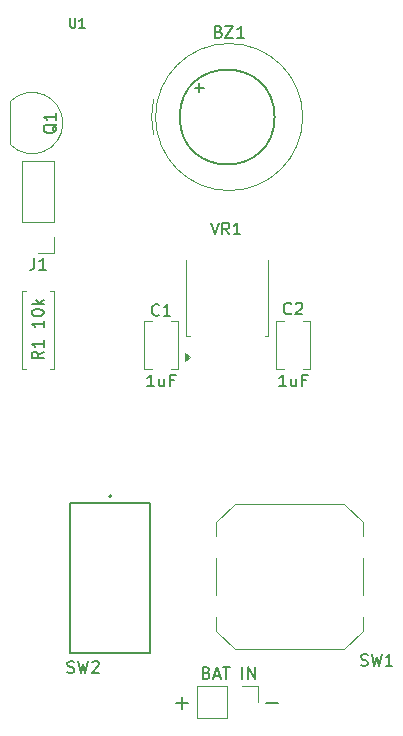
<source format=gbr>
%TF.GenerationSoftware,KiCad,Pcbnew,9.0.0*%
%TF.CreationDate,2025-10-22T11:07:00-07:00*%
%TF.ProjectId,sstv-backpack-v1.0.1,73737476-2d62-4616-936b-7061636b2d76,1.0*%
%TF.SameCoordinates,Original*%
%TF.FileFunction,Legend,Top*%
%TF.FilePolarity,Positive*%
%FSLAX46Y46*%
G04 Gerber Fmt 4.6, Leading zero omitted, Abs format (unit mm)*
G04 Created by KiCad (PCBNEW 9.0.0) date 2025-10-22 11:07:00*
%MOMM*%
%LPD*%
G01*
G04 APERTURE LIST*
%ADD10C,0.158750*%
%ADD11C,0.150000*%
%ADD12C,0.127000*%
%ADD13C,0.120000*%
%ADD14C,0.200000*%
G04 APERTURE END LIST*
D10*
X154456190Y-124555461D02*
X155423810Y-124555461D01*
X154940000Y-125039271D02*
X154940000Y-124071652D01*
D11*
X156996047Y-121978009D02*
X157138904Y-122025628D01*
X157138904Y-122025628D02*
X157186523Y-122073247D01*
X157186523Y-122073247D02*
X157234142Y-122168485D01*
X157234142Y-122168485D02*
X157234142Y-122311342D01*
X157234142Y-122311342D02*
X157186523Y-122406580D01*
X157186523Y-122406580D02*
X157138904Y-122454200D01*
X157138904Y-122454200D02*
X157043666Y-122501819D01*
X157043666Y-122501819D02*
X156662714Y-122501819D01*
X156662714Y-122501819D02*
X156662714Y-121501819D01*
X156662714Y-121501819D02*
X156996047Y-121501819D01*
X156996047Y-121501819D02*
X157091285Y-121549438D01*
X157091285Y-121549438D02*
X157138904Y-121597057D01*
X157138904Y-121597057D02*
X157186523Y-121692295D01*
X157186523Y-121692295D02*
X157186523Y-121787533D01*
X157186523Y-121787533D02*
X157138904Y-121882771D01*
X157138904Y-121882771D02*
X157091285Y-121930390D01*
X157091285Y-121930390D02*
X156996047Y-121978009D01*
X156996047Y-121978009D02*
X156662714Y-121978009D01*
X157615095Y-122216104D02*
X158091285Y-122216104D01*
X157519857Y-122501819D02*
X157853190Y-121501819D01*
X157853190Y-121501819D02*
X158186523Y-122501819D01*
X158377000Y-121501819D02*
X158948428Y-121501819D01*
X158662714Y-122501819D02*
X158662714Y-121501819D01*
X160043667Y-122501819D02*
X160043667Y-121501819D01*
X160519857Y-122501819D02*
X160519857Y-121501819D01*
X160519857Y-121501819D02*
X161091285Y-122501819D01*
X161091285Y-122501819D02*
X161091285Y-121501819D01*
D10*
X162076190Y-124555461D02*
X163043810Y-124555461D01*
D11*
X145450074Y-66561565D02*
X145450074Y-67198986D01*
X145450074Y-67198986D02*
X145487570Y-67273976D01*
X145487570Y-67273976D02*
X145525065Y-67311472D01*
X145525065Y-67311472D02*
X145600056Y-67348967D01*
X145600056Y-67348967D02*
X145750037Y-67348967D01*
X145750037Y-67348967D02*
X145825028Y-67311472D01*
X145825028Y-67311472D02*
X145862523Y-67273976D01*
X145862523Y-67273976D02*
X145900018Y-67198986D01*
X145900018Y-67198986D02*
X145900018Y-66561565D01*
X146687420Y-67348967D02*
X146237476Y-67348967D01*
X146462448Y-67348967D02*
X146462448Y-66561565D01*
X146462448Y-66561565D02*
X146387457Y-66674051D01*
X146387457Y-66674051D02*
X146312467Y-66749042D01*
X146312467Y-66749042D02*
X146237476Y-66786537D01*
X143202819Y-92163238D02*
X143202819Y-92734666D01*
X143202819Y-92448952D02*
X142202819Y-92448952D01*
X142202819Y-92448952D02*
X142345676Y-92544190D01*
X142345676Y-92544190D02*
X142440914Y-92639428D01*
X142440914Y-92639428D02*
X142488533Y-92734666D01*
X142202819Y-91544190D02*
X142202819Y-91448952D01*
X142202819Y-91448952D02*
X142250438Y-91353714D01*
X142250438Y-91353714D02*
X142298057Y-91306095D01*
X142298057Y-91306095D02*
X142393295Y-91258476D01*
X142393295Y-91258476D02*
X142583771Y-91210857D01*
X142583771Y-91210857D02*
X142821866Y-91210857D01*
X142821866Y-91210857D02*
X143012342Y-91258476D01*
X143012342Y-91258476D02*
X143107580Y-91306095D01*
X143107580Y-91306095D02*
X143155200Y-91353714D01*
X143155200Y-91353714D02*
X143202819Y-91448952D01*
X143202819Y-91448952D02*
X143202819Y-91544190D01*
X143202819Y-91544190D02*
X143155200Y-91639428D01*
X143155200Y-91639428D02*
X143107580Y-91687047D01*
X143107580Y-91687047D02*
X143012342Y-91734666D01*
X143012342Y-91734666D02*
X142821866Y-91782285D01*
X142821866Y-91782285D02*
X142583771Y-91782285D01*
X142583771Y-91782285D02*
X142393295Y-91734666D01*
X142393295Y-91734666D02*
X142298057Y-91687047D01*
X142298057Y-91687047D02*
X142250438Y-91639428D01*
X142250438Y-91639428D02*
X142202819Y-91544190D01*
X143202819Y-90782285D02*
X142202819Y-90782285D01*
X142821866Y-90687047D02*
X143202819Y-90401333D01*
X142536152Y-90401333D02*
X142917104Y-90782285D01*
X143202819Y-94782666D02*
X142726628Y-95115999D01*
X143202819Y-95354094D02*
X142202819Y-95354094D01*
X142202819Y-95354094D02*
X142202819Y-94973142D01*
X142202819Y-94973142D02*
X142250438Y-94877904D01*
X142250438Y-94877904D02*
X142298057Y-94830285D01*
X142298057Y-94830285D02*
X142393295Y-94782666D01*
X142393295Y-94782666D02*
X142536152Y-94782666D01*
X142536152Y-94782666D02*
X142631390Y-94830285D01*
X142631390Y-94830285D02*
X142679009Y-94877904D01*
X142679009Y-94877904D02*
X142726628Y-94973142D01*
X142726628Y-94973142D02*
X142726628Y-95354094D01*
X143202819Y-93830285D02*
X143202819Y-94401713D01*
X143202819Y-94115999D02*
X142202819Y-94115999D01*
X142202819Y-94115999D02*
X142345676Y-94211237D01*
X142345676Y-94211237D02*
X142440914Y-94306475D01*
X142440914Y-94306475D02*
X142488533Y-94401713D01*
X144314057Y-75533238D02*
X144266438Y-75628476D01*
X144266438Y-75628476D02*
X144171200Y-75723714D01*
X144171200Y-75723714D02*
X144028342Y-75866571D01*
X144028342Y-75866571D02*
X143980723Y-75961809D01*
X143980723Y-75961809D02*
X143980723Y-76057047D01*
X144218819Y-76009428D02*
X144171200Y-76104666D01*
X144171200Y-76104666D02*
X144075961Y-76199904D01*
X144075961Y-76199904D02*
X143885485Y-76247523D01*
X143885485Y-76247523D02*
X143552152Y-76247523D01*
X143552152Y-76247523D02*
X143361676Y-76199904D01*
X143361676Y-76199904D02*
X143266438Y-76104666D01*
X143266438Y-76104666D02*
X143218819Y-76009428D01*
X143218819Y-76009428D02*
X143218819Y-75818952D01*
X143218819Y-75818952D02*
X143266438Y-75723714D01*
X143266438Y-75723714D02*
X143361676Y-75628476D01*
X143361676Y-75628476D02*
X143552152Y-75580857D01*
X143552152Y-75580857D02*
X143885485Y-75580857D01*
X143885485Y-75580857D02*
X144075961Y-75628476D01*
X144075961Y-75628476D02*
X144171200Y-75723714D01*
X144171200Y-75723714D02*
X144218819Y-75818952D01*
X144218819Y-75818952D02*
X144218819Y-76009428D01*
X144218819Y-74628476D02*
X144218819Y-75199904D01*
X144218819Y-74914190D02*
X143218819Y-74914190D01*
X143218819Y-74914190D02*
X143361676Y-75009428D01*
X143361676Y-75009428D02*
X143456914Y-75104666D01*
X143456914Y-75104666D02*
X143504533Y-75199904D01*
X157350476Y-83869819D02*
X157683809Y-84869819D01*
X157683809Y-84869819D02*
X158017142Y-83869819D01*
X158921904Y-84869819D02*
X158588571Y-84393628D01*
X158350476Y-84869819D02*
X158350476Y-83869819D01*
X158350476Y-83869819D02*
X158731428Y-83869819D01*
X158731428Y-83869819D02*
X158826666Y-83917438D01*
X158826666Y-83917438D02*
X158874285Y-83965057D01*
X158874285Y-83965057D02*
X158921904Y-84060295D01*
X158921904Y-84060295D02*
X158921904Y-84203152D01*
X158921904Y-84203152D02*
X158874285Y-84298390D01*
X158874285Y-84298390D02*
X158826666Y-84346009D01*
X158826666Y-84346009D02*
X158731428Y-84393628D01*
X158731428Y-84393628D02*
X158350476Y-84393628D01*
X159874285Y-84869819D02*
X159302857Y-84869819D01*
X159588571Y-84869819D02*
X159588571Y-83869819D01*
X159588571Y-83869819D02*
X159493333Y-84012676D01*
X159493333Y-84012676D02*
X159398095Y-84107914D01*
X159398095Y-84107914D02*
X159302857Y-84155533D01*
X158036047Y-67691009D02*
X158178904Y-67738628D01*
X158178904Y-67738628D02*
X158226523Y-67786247D01*
X158226523Y-67786247D02*
X158274142Y-67881485D01*
X158274142Y-67881485D02*
X158274142Y-68024342D01*
X158274142Y-68024342D02*
X158226523Y-68119580D01*
X158226523Y-68119580D02*
X158178904Y-68167200D01*
X158178904Y-68167200D02*
X158083666Y-68214819D01*
X158083666Y-68214819D02*
X157702714Y-68214819D01*
X157702714Y-68214819D02*
X157702714Y-67214819D01*
X157702714Y-67214819D02*
X158036047Y-67214819D01*
X158036047Y-67214819D02*
X158131285Y-67262438D01*
X158131285Y-67262438D02*
X158178904Y-67310057D01*
X158178904Y-67310057D02*
X158226523Y-67405295D01*
X158226523Y-67405295D02*
X158226523Y-67500533D01*
X158226523Y-67500533D02*
X158178904Y-67595771D01*
X158178904Y-67595771D02*
X158131285Y-67643390D01*
X158131285Y-67643390D02*
X158036047Y-67691009D01*
X158036047Y-67691009D02*
X157702714Y-67691009D01*
X158607476Y-67214819D02*
X159274142Y-67214819D01*
X159274142Y-67214819D02*
X158607476Y-68214819D01*
X158607476Y-68214819D02*
X159274142Y-68214819D01*
X160178904Y-68214819D02*
X159607476Y-68214819D01*
X159893190Y-68214819D02*
X159893190Y-67214819D01*
X159893190Y-67214819D02*
X159797952Y-67357676D01*
X159797952Y-67357676D02*
X159702714Y-67452914D01*
X159702714Y-67452914D02*
X159607476Y-67500533D01*
X156026048Y-72463866D02*
X156787953Y-72463866D01*
X156407000Y-72844819D02*
X156407000Y-72082914D01*
X145224667Y-121947200D02*
X145367524Y-121994819D01*
X145367524Y-121994819D02*
X145605619Y-121994819D01*
X145605619Y-121994819D02*
X145700857Y-121947200D01*
X145700857Y-121947200D02*
X145748476Y-121899580D01*
X145748476Y-121899580D02*
X145796095Y-121804342D01*
X145796095Y-121804342D02*
X145796095Y-121709104D01*
X145796095Y-121709104D02*
X145748476Y-121613866D01*
X145748476Y-121613866D02*
X145700857Y-121566247D01*
X145700857Y-121566247D02*
X145605619Y-121518628D01*
X145605619Y-121518628D02*
X145415143Y-121471009D01*
X145415143Y-121471009D02*
X145319905Y-121423390D01*
X145319905Y-121423390D02*
X145272286Y-121375771D01*
X145272286Y-121375771D02*
X145224667Y-121280533D01*
X145224667Y-121280533D02*
X145224667Y-121185295D01*
X145224667Y-121185295D02*
X145272286Y-121090057D01*
X145272286Y-121090057D02*
X145319905Y-121042438D01*
X145319905Y-121042438D02*
X145415143Y-120994819D01*
X145415143Y-120994819D02*
X145653238Y-120994819D01*
X145653238Y-120994819D02*
X145796095Y-121042438D01*
X146129429Y-120994819D02*
X146367524Y-121994819D01*
X146367524Y-121994819D02*
X146558000Y-121280533D01*
X146558000Y-121280533D02*
X146748476Y-121994819D01*
X146748476Y-121994819D02*
X146986572Y-120994819D01*
X147319905Y-121090057D02*
X147367524Y-121042438D01*
X147367524Y-121042438D02*
X147462762Y-120994819D01*
X147462762Y-120994819D02*
X147700857Y-120994819D01*
X147700857Y-120994819D02*
X147796095Y-121042438D01*
X147796095Y-121042438D02*
X147843714Y-121090057D01*
X147843714Y-121090057D02*
X147891333Y-121185295D01*
X147891333Y-121185295D02*
X147891333Y-121280533D01*
X147891333Y-121280533D02*
X147843714Y-121423390D01*
X147843714Y-121423390D02*
X147272286Y-121994819D01*
X147272286Y-121994819D02*
X147891333Y-121994819D01*
X164171333Y-91545580D02*
X164123714Y-91593200D01*
X164123714Y-91593200D02*
X163980857Y-91640819D01*
X163980857Y-91640819D02*
X163885619Y-91640819D01*
X163885619Y-91640819D02*
X163742762Y-91593200D01*
X163742762Y-91593200D02*
X163647524Y-91497961D01*
X163647524Y-91497961D02*
X163599905Y-91402723D01*
X163599905Y-91402723D02*
X163552286Y-91212247D01*
X163552286Y-91212247D02*
X163552286Y-91069390D01*
X163552286Y-91069390D02*
X163599905Y-90878914D01*
X163599905Y-90878914D02*
X163647524Y-90783676D01*
X163647524Y-90783676D02*
X163742762Y-90688438D01*
X163742762Y-90688438D02*
X163885619Y-90640819D01*
X163885619Y-90640819D02*
X163980857Y-90640819D01*
X163980857Y-90640819D02*
X164123714Y-90688438D01*
X164123714Y-90688438D02*
X164171333Y-90736057D01*
X164552286Y-90736057D02*
X164599905Y-90688438D01*
X164599905Y-90688438D02*
X164695143Y-90640819D01*
X164695143Y-90640819D02*
X164933238Y-90640819D01*
X164933238Y-90640819D02*
X165028476Y-90688438D01*
X165028476Y-90688438D02*
X165076095Y-90736057D01*
X165076095Y-90736057D02*
X165123714Y-90831295D01*
X165123714Y-90831295D02*
X165123714Y-90926533D01*
X165123714Y-90926533D02*
X165076095Y-91069390D01*
X165076095Y-91069390D02*
X164504667Y-91640819D01*
X164504667Y-91640819D02*
X165123714Y-91640819D01*
X163742761Y-97736819D02*
X163171333Y-97736819D01*
X163457047Y-97736819D02*
X163457047Y-96736819D01*
X163457047Y-96736819D02*
X163361809Y-96879676D01*
X163361809Y-96879676D02*
X163266571Y-96974914D01*
X163266571Y-96974914D02*
X163171333Y-97022533D01*
X164599904Y-97070152D02*
X164599904Y-97736819D01*
X164171333Y-97070152D02*
X164171333Y-97593961D01*
X164171333Y-97593961D02*
X164218952Y-97689200D01*
X164218952Y-97689200D02*
X164314190Y-97736819D01*
X164314190Y-97736819D02*
X164457047Y-97736819D01*
X164457047Y-97736819D02*
X164552285Y-97689200D01*
X164552285Y-97689200D02*
X164599904Y-97641580D01*
X165409428Y-97213009D02*
X165076095Y-97213009D01*
X165076095Y-97736819D02*
X165076095Y-96736819D01*
X165076095Y-96736819D02*
X165552285Y-96736819D01*
X142414666Y-86859819D02*
X142414666Y-87574104D01*
X142414666Y-87574104D02*
X142367047Y-87716961D01*
X142367047Y-87716961D02*
X142271809Y-87812200D01*
X142271809Y-87812200D02*
X142128952Y-87859819D01*
X142128952Y-87859819D02*
X142033714Y-87859819D01*
X143414666Y-87859819D02*
X142843238Y-87859819D01*
X143128952Y-87859819D02*
X143128952Y-86859819D01*
X143128952Y-86859819D02*
X143033714Y-87002676D01*
X143033714Y-87002676D02*
X142938476Y-87097914D01*
X142938476Y-87097914D02*
X142843238Y-87145533D01*
X152995333Y-91672580D02*
X152947714Y-91720200D01*
X152947714Y-91720200D02*
X152804857Y-91767819D01*
X152804857Y-91767819D02*
X152709619Y-91767819D01*
X152709619Y-91767819D02*
X152566762Y-91720200D01*
X152566762Y-91720200D02*
X152471524Y-91624961D01*
X152471524Y-91624961D02*
X152423905Y-91529723D01*
X152423905Y-91529723D02*
X152376286Y-91339247D01*
X152376286Y-91339247D02*
X152376286Y-91196390D01*
X152376286Y-91196390D02*
X152423905Y-91005914D01*
X152423905Y-91005914D02*
X152471524Y-90910676D01*
X152471524Y-90910676D02*
X152566762Y-90815438D01*
X152566762Y-90815438D02*
X152709619Y-90767819D01*
X152709619Y-90767819D02*
X152804857Y-90767819D01*
X152804857Y-90767819D02*
X152947714Y-90815438D01*
X152947714Y-90815438D02*
X152995333Y-90863057D01*
X153947714Y-91767819D02*
X153376286Y-91767819D01*
X153662000Y-91767819D02*
X153662000Y-90767819D01*
X153662000Y-90767819D02*
X153566762Y-90910676D01*
X153566762Y-90910676D02*
X153471524Y-91005914D01*
X153471524Y-91005914D02*
X153376286Y-91053533D01*
X152566761Y-97736819D02*
X151995333Y-97736819D01*
X152281047Y-97736819D02*
X152281047Y-96736819D01*
X152281047Y-96736819D02*
X152185809Y-96879676D01*
X152185809Y-96879676D02*
X152090571Y-96974914D01*
X152090571Y-96974914D02*
X151995333Y-97022533D01*
X153423904Y-97070152D02*
X153423904Y-97736819D01*
X152995333Y-97070152D02*
X152995333Y-97593961D01*
X152995333Y-97593961D02*
X153042952Y-97689200D01*
X153042952Y-97689200D02*
X153138190Y-97736819D01*
X153138190Y-97736819D02*
X153281047Y-97736819D01*
X153281047Y-97736819D02*
X153376285Y-97689200D01*
X153376285Y-97689200D02*
X153423904Y-97641580D01*
X154233428Y-97213009D02*
X153900095Y-97213009D01*
X153900095Y-97736819D02*
X153900095Y-96736819D01*
X153900095Y-96736819D02*
X154376285Y-96736819D01*
X170078667Y-121351200D02*
X170221524Y-121398819D01*
X170221524Y-121398819D02*
X170459619Y-121398819D01*
X170459619Y-121398819D02*
X170554857Y-121351200D01*
X170554857Y-121351200D02*
X170602476Y-121303580D01*
X170602476Y-121303580D02*
X170650095Y-121208342D01*
X170650095Y-121208342D02*
X170650095Y-121113104D01*
X170650095Y-121113104D02*
X170602476Y-121017866D01*
X170602476Y-121017866D02*
X170554857Y-120970247D01*
X170554857Y-120970247D02*
X170459619Y-120922628D01*
X170459619Y-120922628D02*
X170269143Y-120875009D01*
X170269143Y-120875009D02*
X170173905Y-120827390D01*
X170173905Y-120827390D02*
X170126286Y-120779771D01*
X170126286Y-120779771D02*
X170078667Y-120684533D01*
X170078667Y-120684533D02*
X170078667Y-120589295D01*
X170078667Y-120589295D02*
X170126286Y-120494057D01*
X170126286Y-120494057D02*
X170173905Y-120446438D01*
X170173905Y-120446438D02*
X170269143Y-120398819D01*
X170269143Y-120398819D02*
X170507238Y-120398819D01*
X170507238Y-120398819D02*
X170650095Y-120446438D01*
X170983429Y-120398819D02*
X171221524Y-121398819D01*
X171221524Y-121398819D02*
X171412000Y-120684533D01*
X171412000Y-120684533D02*
X171602476Y-121398819D01*
X171602476Y-121398819D02*
X171840572Y-120398819D01*
X172745333Y-121398819D02*
X172173905Y-121398819D01*
X172459619Y-121398819D02*
X172459619Y-120398819D01*
X172459619Y-120398819D02*
X172364381Y-120541676D01*
X172364381Y-120541676D02*
X172269143Y-120636914D01*
X172269143Y-120636914D02*
X172173905Y-120684533D01*
D12*
%TO.C,U1*%
X162766090Y-74930000D02*
G75*
G02*
X154733910Y-74930000I-4016090J0D01*
G01*
X154733910Y-74930000D02*
G75*
G02*
X162766090Y-74930000I4016090J0D01*
G01*
D13*
%TO.C,R1*%
X144118000Y-89694000D02*
X143788000Y-89694000D01*
X141378000Y-89694000D02*
X141708000Y-89694000D01*
X144118000Y-96234000D02*
X144118000Y-89694000D01*
X143788000Y-96234000D02*
X144118000Y-96234000D01*
X141708000Y-96234000D02*
X141378000Y-96234000D01*
X141378000Y-96234000D02*
X141378000Y-89694000D01*
%TO.C,Q1*%
X140390000Y-73638000D02*
X140390000Y-77238000D01*
X140401522Y-73599522D02*
G75*
G02*
X144840001Y-75438000I1838478J-1838478D01*
G01*
X144840000Y-75438000D02*
G75*
G02*
X140401522Y-77276478I-2600000J0D01*
G01*
%TO.C,VR1*%
X155300000Y-87060000D02*
X155300000Y-93480000D01*
X155300000Y-93480000D02*
X155570000Y-93480000D01*
X162200000Y-87060000D02*
X162200000Y-93480000D01*
X162200000Y-93480000D02*
X161930000Y-93480000D01*
X155610000Y-95210000D02*
X155140000Y-95550000D01*
X155140000Y-94870000D01*
X155610000Y-95210000D01*
G36*
X155610000Y-95210000D02*
G01*
X155140000Y-95550000D01*
X155140000Y-94870000D01*
X155610000Y-95210000D01*
G37*
%TO.C,BZ1*%
X152517000Y-76429999D02*
G75*
G02*
X152517000Y-73430000I6400000J1499999D01*
G01*
X165147000Y-74930000D02*
G75*
G02*
X152687000Y-74930000I-6230000J0D01*
G01*
X152687000Y-74930000D02*
G75*
G02*
X165147000Y-74930000I6230000J0D01*
G01*
D12*
%TO.C,SW2*%
X145444000Y-107570000D02*
X145444000Y-120270000D01*
X145444000Y-120270000D02*
X152244000Y-120270000D01*
X152244000Y-107570000D02*
X145444000Y-107570000D01*
X152244000Y-120270000D02*
X152244000Y-107570000D01*
D14*
X148944000Y-107020000D02*
G75*
G02*
X148744000Y-107020000I-100000J0D01*
G01*
X148744000Y-107020000D02*
G75*
G02*
X148944000Y-107020000I100000J0D01*
G01*
D13*
%TO.C,C2*%
X162918000Y-92194000D02*
X163543000Y-92194000D01*
X162918000Y-96234000D02*
X162918000Y-92194000D01*
X162918000Y-96234000D02*
X163543000Y-96234000D01*
X165133000Y-92194000D02*
X165758000Y-92194000D01*
X165133000Y-96234000D02*
X165758000Y-96234000D01*
X165758000Y-96234000D02*
X165758000Y-92194000D01*
%TO.C,J2*%
X156155000Y-123130000D02*
X156155000Y-125790000D01*
X158755000Y-123130000D02*
X156155000Y-123130000D01*
X158755000Y-123130000D02*
X158755000Y-125790000D01*
X158755000Y-125790000D02*
X156155000Y-125790000D01*
X160025000Y-123130000D02*
X161355000Y-123130000D01*
X161355000Y-123130000D02*
X161355000Y-124460000D01*
%TO.C,J1*%
X141418000Y-83805000D02*
X141418000Y-78665000D01*
X144078000Y-78665000D02*
X141418000Y-78665000D01*
X144078000Y-83805000D02*
X141418000Y-83805000D01*
X144078000Y-83805000D02*
X144078000Y-78665000D01*
X144078000Y-85075000D02*
X144078000Y-86405000D01*
X144078000Y-86405000D02*
X142748000Y-86405000D01*
%TO.C,C1*%
X151742000Y-92194000D02*
X152367000Y-92194000D01*
X151742000Y-96234000D02*
X151742000Y-92194000D01*
X151742000Y-96234000D02*
X152367000Y-96234000D01*
X153957000Y-92194000D02*
X154582000Y-92194000D01*
X153957000Y-96234000D02*
X154582000Y-96234000D01*
X154582000Y-96234000D02*
X154582000Y-92194000D01*
%TO.C,SW1*%
X157846000Y-109232000D02*
X159446000Y-107682000D01*
X157846000Y-110382000D02*
X157846000Y-109232000D01*
X157846000Y-112282000D02*
X157846000Y-115382000D01*
X157846000Y-117282000D02*
X157846000Y-118432000D01*
X157846000Y-118432000D02*
X159446000Y-119982000D01*
X159446000Y-107682000D02*
X168646000Y-107682000D01*
X159446000Y-119982000D02*
X168646000Y-119982000D01*
X168646000Y-107682000D02*
X170246000Y-109232000D01*
X168646000Y-119982000D02*
X170246000Y-118432000D01*
X170246000Y-110382000D02*
X170246000Y-109232000D01*
X170246000Y-112282000D02*
X170246000Y-115382000D01*
X170246000Y-117282000D02*
X170246000Y-118432000D01*
%TD*%
M02*

</source>
